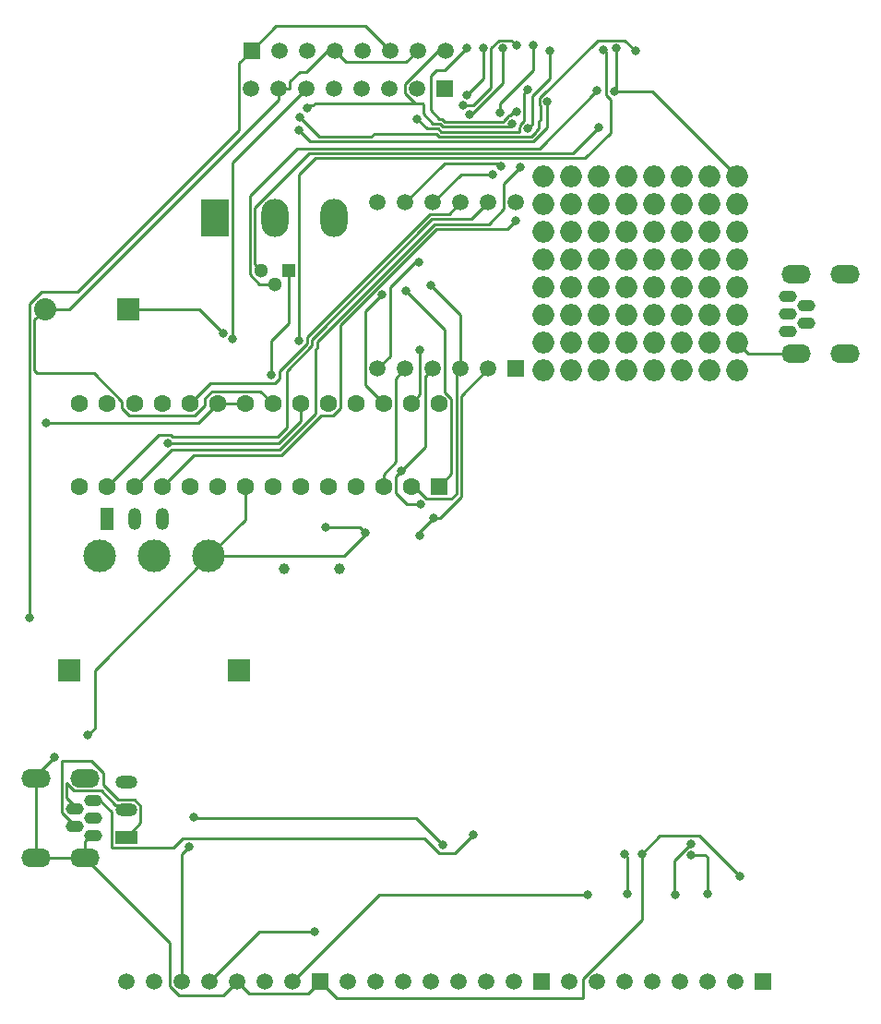
<source format=gbr>
%TF.GenerationSoftware,KiCad,Pcbnew,(6.0.0)*%
%TF.CreationDate,2023-02-05T23:32:21-08:00*%
%TF.ProjectId,Luciebox_v5,4c756369-6562-46f7-985f-76352e6b6963,rev?*%
%TF.SameCoordinates,Original*%
%TF.FileFunction,Copper,L2,Bot*%
%TF.FilePolarity,Positive*%
%FSLAX46Y46*%
G04 Gerber Fmt 4.6, Leading zero omitted, Abs format (unit mm)*
G04 Created by KiCad (PCBNEW (6.0.0)) date 2023-02-05 23:32:21*
%MOMM*%
%LPD*%
G01*
G04 APERTURE LIST*
%TA.AperFunction,ComponentPad*%
%ADD10R,2.000000X1.200000*%
%TD*%
%TA.AperFunction,ComponentPad*%
%ADD11O,2.000000X1.200000*%
%TD*%
%TA.AperFunction,ComponentPad*%
%ADD12C,1.000000*%
%TD*%
%TA.AperFunction,ComponentPad*%
%ADD13O,1.650000X1.100000*%
%TD*%
%TA.AperFunction,ComponentPad*%
%ADD14O,2.700000X1.700000*%
%TD*%
%TA.AperFunction,ComponentPad*%
%ADD15R,1.300000X1.300000*%
%TD*%
%TA.AperFunction,ComponentPad*%
%ADD16C,1.300000*%
%TD*%
%TA.AperFunction,ComponentPad*%
%ADD17R,1.200000X2.000000*%
%TD*%
%TA.AperFunction,ComponentPad*%
%ADD18O,1.200000X2.000000*%
%TD*%
%TA.AperFunction,ComponentPad*%
%ADD19O,2.000000X2.000000*%
%TD*%
%TA.AperFunction,ComponentPad*%
%ADD20R,2.500000X3.500000*%
%TD*%
%TA.AperFunction,ComponentPad*%
%ADD21O,2.500000X3.500000*%
%TD*%
%TA.AperFunction,ComponentPad*%
%ADD22R,1.500000X1.500000*%
%TD*%
%TA.AperFunction,ComponentPad*%
%ADD23C,1.500000*%
%TD*%
%TA.AperFunction,ComponentPad*%
%ADD24R,1.600000X1.600000*%
%TD*%
%TA.AperFunction,ComponentPad*%
%ADD25C,1.600000*%
%TD*%
%TA.AperFunction,WasherPad*%
%ADD26R,2.000000X2.100000*%
%TD*%
%TA.AperFunction,ComponentPad*%
%ADD27C,3.000000*%
%TD*%
%TA.AperFunction,ComponentPad*%
%ADD28R,2.032000X2.032000*%
%TD*%
%TA.AperFunction,ComponentPad*%
%ADD29C,2.032000*%
%TD*%
%TA.AperFunction,ViaPad*%
%ADD30C,0.800000*%
%TD*%
%TA.AperFunction,Conductor*%
%ADD31C,0.250000*%
%TD*%
G04 APERTURE END LIST*
D10*
%TO.P,T5,1,1*%
%TO.N,Net-(J1-Pad2)*%
X10160000Y-75438000D03*
D11*
%TO.P,T5,2,2*%
%TO.N,Net-(J1-Pad4)*%
X10160000Y-72898000D03*
%TO.P,T5,3,3*%
%TO.N,Net-(J1-Pad3)*%
X10160000Y-70358000D03*
%TD*%
D12*
%TO.P,Y1,1,1*%
%TO.N,Net-(C2-Pad2)*%
X29718000Y-50800000D03*
%TO.P,Y1,2,2*%
%TO.N,Net-(C3-Pad2)*%
X24638000Y-50800000D03*
%TD*%
D13*
%TO.P,J1,1,GND*%
%TO.N,GND*%
X7150000Y-75218000D03*
%TO.P,J1,2,ID*%
%TO.N,Net-(J1-Pad2)*%
X5450000Y-74418000D03*
%TO.P,J1,3,D+*%
%TO.N,Net-(J1-Pad3)*%
X7150000Y-73618000D03*
%TO.P,J1,4,D-*%
%TO.N,Net-(J1-Pad4)*%
X5450000Y-72818000D03*
%TO.P,J1,5,VBUS*%
%TO.N,Net-(D9-Pad2)*%
X7150000Y-72018000D03*
D14*
%TO.P,J1,6,Shield*%
%TO.N,GND*%
X6360720Y-77268000D03*
X1850000Y-69968000D03*
X1850000Y-77268000D03*
X6360720Y-69968000D03*
%TD*%
D13*
%TO.P,J2,1,GND*%
%TO.N,GND*%
X70850000Y-25832000D03*
%TO.P,J2,2,ID*%
%TO.N,unconnected-(J2-Pad2)*%
X72550000Y-26632000D03*
%TO.P,J2,3,D+*%
%TO.N,unconnected-(J2-Pad3)*%
X70850000Y-27432000D03*
%TO.P,J2,4,D-*%
%TO.N,unconnected-(J2-Pad4)*%
X72550000Y-28232000D03*
%TO.P,J2,5,VBUS*%
%TO.N,Net-(D9-Pad2)*%
X70850000Y-29032000D03*
D14*
%TO.P,J2,6,Shield*%
%TO.N,GND*%
X71639280Y-31082000D03*
X76150000Y-23782000D03*
X76150000Y-31082000D03*
X71639280Y-23782000D03*
%TD*%
D15*
%TO.P,Q4,1,C*%
%TO.N,GND*%
X25044400Y-23414400D03*
D16*
%TO.P,Q4,2,B*%
%TO.N,Net-(Q2-Pad1)*%
X23774400Y-24684400D03*
%TO.P,Q4,3,E*%
%TO.N,Net-(Q1-Pad1)*%
X22504400Y-23414400D03*
%TD*%
D17*
%TO.P,T2,1,1*%
%TO.N,/2*%
X8382000Y-46228000D03*
D18*
%TO.P,T2,2,2*%
%TO.N,/3(PWM)*%
X10922000Y-46228000D03*
%TO.P,T2,3,3*%
%TO.N,/A5(SCL)*%
X13462000Y-46228000D03*
%TD*%
D19*
%TO.P,U2,1*%
%TO.N,VCC*%
X48425100Y-32562800D03*
%TO.P,U2,2*%
X48412400Y-30022800D03*
%TO.P,U2,3*%
X48425100Y-27482800D03*
%TO.P,U2,4*%
X48437800Y-24942800D03*
%TO.P,U2,5*%
X48425100Y-22402800D03*
%TO.P,U2,6*%
X48412400Y-19862800D03*
%TO.P,U2,7*%
X48425100Y-17322800D03*
%TO.P,U2,8*%
%TO.N,unconnected-(U2-Pad8)*%
X48412400Y-14782800D03*
%TO.P,U2,9*%
%TO.N,Net-(U2-Pad10)*%
X50965100Y-32562800D03*
%TO.P,U2,10*%
X50952400Y-30022800D03*
%TO.P,U2,11*%
%TO.N,Net-(U2-Pad11)*%
X50965100Y-27482800D03*
%TO.P,U2,12*%
X50977800Y-24942800D03*
%TO.P,U2,13*%
%TO.N,Net-(U2-Pad13)*%
X50965100Y-22402800D03*
%TO.P,U2,14*%
X50952400Y-19862800D03*
%TO.P,U2,15*%
X50965100Y-17322800D03*
%TO.P,U2,16*%
%TO.N,unconnected-(U2-Pad16)*%
X50952400Y-14782800D03*
%TO.P,U2,17*%
%TO.N,Net-(U2-Pad17)*%
X53505100Y-32562800D03*
%TO.P,U2,18*%
X53492400Y-30022800D03*
%TO.P,U2,19*%
%TO.N,Net-(U2-Pad19)*%
X53505100Y-27482800D03*
%TO.P,U2,20*%
X53517800Y-24942800D03*
%TO.P,U2,21*%
%TO.N,Net-(U2-Pad21)*%
X53505100Y-22402800D03*
%TO.P,U2,22*%
X53492400Y-19862800D03*
%TO.P,U2,23*%
X53505100Y-17322800D03*
%TO.P,U2,24*%
%TO.N,unconnected-(U2-Pad24)*%
X53492400Y-14782800D03*
%TO.P,U2,25*%
%TO.N,Net-(U2-Pad25)*%
X56045100Y-32562800D03*
%TO.P,U2,26*%
X56032400Y-30022800D03*
%TO.P,U2,27*%
%TO.N,Net-(U2-Pad27)*%
X56045100Y-27482800D03*
%TO.P,U2,28*%
X56057800Y-24942800D03*
%TO.P,U2,29*%
%TO.N,Net-(U2-Pad29)*%
X56045100Y-22402800D03*
%TO.P,U2,30*%
X56032400Y-19862800D03*
%TO.P,U2,31*%
X56045100Y-17322800D03*
%TO.P,U2,32*%
%TO.N,unconnected-(U2-Pad32)*%
X56032400Y-14782800D03*
%TO.P,U2,33*%
%TO.N,Net-(U2-Pad33)*%
X58585100Y-32562800D03*
%TO.P,U2,34*%
X58572400Y-30022800D03*
%TO.P,U2,35*%
%TO.N,Net-(U2-Pad35)*%
X58585100Y-27482800D03*
%TO.P,U2,36*%
X58597800Y-24942800D03*
%TO.P,U2,37*%
%TO.N,Net-(U2-Pad37)*%
X58585100Y-22402800D03*
%TO.P,U2,38*%
X58572400Y-19862800D03*
%TO.P,U2,39*%
X58585100Y-17322800D03*
%TO.P,U2,40*%
X58572400Y-14782800D03*
%TO.P,U2,41*%
%TO.N,Net-(U2-Pad41)*%
X61125100Y-32562800D03*
%TO.P,U2,42*%
X61112400Y-30022800D03*
%TO.P,U2,43*%
%TO.N,Net-(U2-Pad43)*%
X61125100Y-27482800D03*
%TO.P,U2,44*%
X61137800Y-24942800D03*
%TO.P,U2,45*%
%TO.N,Net-(U2-Pad45)*%
X61125100Y-22402800D03*
%TO.P,U2,46*%
X61112400Y-19862800D03*
%TO.P,U2,47*%
X61125100Y-17322800D03*
%TO.P,U2,48*%
X61112400Y-14782800D03*
%TO.P,U2,49*%
%TO.N,Net-(U2-Pad49)*%
X63665100Y-32562800D03*
%TO.P,U2,50*%
X63652400Y-30022800D03*
%TO.P,U2,51*%
%TO.N,Net-(U2-Pad51)*%
X63665100Y-27482800D03*
%TO.P,U2,52*%
X63677800Y-24942800D03*
%TO.P,U2,53*%
%TO.N,Net-(U2-Pad53)*%
X63665100Y-22402800D03*
%TO.P,U2,54*%
X63652400Y-19862800D03*
%TO.P,U2,55*%
X63665100Y-17322800D03*
%TO.P,U2,56*%
X63652400Y-14782800D03*
%TO.P,U2,57*%
%TO.N,GND*%
X66205100Y-32562800D03*
%TO.P,U2,58*%
X66192400Y-30022800D03*
%TO.P,U2,59*%
X66205100Y-27482800D03*
%TO.P,U2,60*%
X66217800Y-24942800D03*
%TO.P,U2,61*%
X66205100Y-22402800D03*
%TO.P,U2,62*%
X66192400Y-19862800D03*
%TO.P,U2,63*%
X66205100Y-17322800D03*
%TO.P,U2,64*%
X66192400Y-14782800D03*
%TD*%
D20*
%TO.P,Q3,1,G*%
%TO.N,Net-(Q1-Pad1)*%
X18299400Y-18591600D03*
D21*
%TO.P,Q3,2,D*%
%TO.N,VCC*%
X23774400Y-18591600D03*
%TO.P,Q3,3,S*%
%TO.N,/Vin*%
X29249400Y-18591600D03*
%TD*%
D22*
%TO.P,T7,1,1*%
%TO.N,unconnected-(T7-Pad1)*%
X39390000Y-6750000D03*
D23*
%TO.P,T7,2,2*%
%TO.N,unconnected-(T7-Pad2)*%
X36850000Y-6750000D03*
%TO.P,T7,3,3*%
%TO.N,unconnected-(T7-Pad3)*%
X34310000Y-6750000D03*
%TO.P,T7,4,4*%
%TO.N,Net-(R_reset_pullup1-Pad2)*%
X31770000Y-6750000D03*
%TO.P,T7,5,5*%
%TO.N,/0(Rx)*%
X29230000Y-6750000D03*
%TO.P,T7,6,6*%
%TO.N,/1(Tx)*%
X26690000Y-6750000D03*
%TO.P,T7,7,7*%
%TO.N,GND*%
X24150000Y-6750000D03*
%TO.P,T7,8,8*%
%TO.N,VCC*%
X21610000Y-6750000D03*
%TD*%
D22*
%TO.P,T1,1,1*%
%TO.N,Net-(D1-Pad2)*%
X48260000Y-88620000D03*
D23*
%TO.P,T1,2,2*%
%TO.N,Net-(D2-Pad2)*%
X45720000Y-88620000D03*
%TO.P,T1,3,3*%
%TO.N,Net-(D3-Pad2)*%
X43180000Y-88620000D03*
%TO.P,T1,4,4*%
%TO.N,Net-(D4-Pad2)*%
X40640000Y-88620000D03*
%TO.P,T1,5,5*%
%TO.N,Net-(D5-Pad2)*%
X38100000Y-88620000D03*
%TO.P,T1,6,6*%
%TO.N,Net-(D6-Pad2)*%
X35560000Y-88620000D03*
%TO.P,T1,7,7*%
%TO.N,Net-(D7-Pad2)*%
X33020000Y-88620000D03*
%TO.P,T1,8,8*%
%TO.N,Net-(D8-Pad2)*%
X30480000Y-88620000D03*
%TD*%
D22*
%TO.P,U1,1,e*%
%TO.N,/12(MISO)*%
X45940000Y-32440000D03*
D23*
%TO.P,U1,2,d*%
%TO.N,/8*%
X43400000Y-32440000D03*
%TO.P,U1,3,DPX*%
%TO.N,/0(Rx)*%
X40860000Y-32440000D03*
%TO.P,U1,4,c*%
%TO.N,/4*%
X38320000Y-32440000D03*
%TO.P,U1,5,g*%
%TO.N,/1(Tx)*%
X35780000Y-32440000D03*
%TO.P,U1,6,CA4*%
%TO.N,Net-(R2-Pad1)*%
X33240000Y-32440000D03*
%TO.P,U1,7,b*%
%TO.N,/A3*%
X33240000Y-17200000D03*
%TO.P,U1,8,CA3*%
%TO.N,Net-(R3-Pad1)*%
X35780000Y-17200000D03*
%TO.P,U1,9,CA2*%
%TO.N,Net-(R4-Pad1)*%
X38320000Y-17200000D03*
%TO.P,U1,10,f*%
%TO.N,/13(SCK)*%
X40860000Y-17200000D03*
%TO.P,U1,11,a*%
%TO.N,/7*%
X43400000Y-17200000D03*
%TO.P,U1,12,CA1*%
%TO.N,Net-(R5-Pad1)*%
X45940000Y-17200000D03*
%TD*%
D24*
%TO.P,U3,1,~{RESET}/PC6*%
%TO.N,Net-(R_reset_pullup1-Pad2)*%
X38855000Y-43250000D03*
D25*
%TO.P,U3,2,PD0*%
%TO.N,/0(Rx)*%
X36315000Y-43250000D03*
%TO.P,U3,3,PD1*%
%TO.N,/1(Tx)*%
X33775000Y-43250000D03*
%TO.P,U3,4,PD2*%
%TO.N,/2*%
X31235000Y-43250000D03*
%TO.P,U3,5,PD3*%
%TO.N,/3(PWM)*%
X28695000Y-43250000D03*
%TO.P,U3,6,PD4*%
%TO.N,/4*%
X26155000Y-43250000D03*
%TO.P,U3,7,VCC*%
%TO.N,VCC*%
X23615000Y-43250000D03*
%TO.P,U3,8,GND*%
%TO.N,GND*%
X21075000Y-43250000D03*
%TO.P,U3,9,XTAL1/PB6*%
%TO.N,Net-(C2-Pad2)*%
X18535000Y-43250000D03*
%TO.P,U3,10,XTAL2/PB7*%
%TO.N,Net-(C3-Pad2)*%
X15995000Y-43250000D03*
%TO.P,U3,11,PD5*%
%TO.N,/5(PWM)*%
X13455000Y-43250000D03*
%TO.P,U3,12,PD6*%
%TO.N,/6(PWM)*%
X10915000Y-43250000D03*
%TO.P,U3,13,PD7*%
%TO.N,/7*%
X8375000Y-43250000D03*
%TO.P,U3,14,PB0*%
%TO.N,/8*%
X5835000Y-43250000D03*
%TO.P,U3,15,PB1*%
%TO.N,/9(PWM)*%
X5835000Y-35630000D03*
%TO.P,U3,16,PB2*%
%TO.N,/10(PWM-SS)*%
X8375000Y-35630000D03*
%TO.P,U3,17,PB3*%
%TO.N,/11(PWM-MOSI)*%
X10915000Y-35630000D03*
%TO.P,U3,18,PB4*%
%TO.N,/12(MISO)*%
X13455000Y-35630000D03*
%TO.P,U3,19,PB5*%
%TO.N,/13(SCK)*%
X15995000Y-35630000D03*
%TO.P,U3,20,AVCC*%
%TO.N,VCC*%
X18535000Y-35630000D03*
%TO.P,U3,21,AREF*%
X21075000Y-35630000D03*
%TO.P,U3,22,GND*%
%TO.N,GND*%
X23615000Y-35630000D03*
%TO.P,U3,23,PC0*%
%TO.N,/A0*%
X26155000Y-35630000D03*
%TO.P,U3,24,PC1*%
%TO.N,/A1*%
X28695000Y-35630000D03*
%TO.P,U3,25,PC2*%
%TO.N,/A2*%
X31235000Y-35630000D03*
%TO.P,U3,26,PC3*%
%TO.N,/A3*%
X33775000Y-35630000D03*
%TO.P,U3,27,PC4*%
%TO.N,/A4(SDA)*%
X36315000Y-35630000D03*
%TO.P,U3,28,PC5*%
%TO.N,/A5(SCL)*%
X38855000Y-35630000D03*
%TD*%
D26*
%TO.P,S1,*%
%TO.N,*%
X20500000Y-60140000D03*
X4900000Y-60140000D03*
D27*
%TO.P,S1,1,A*%
%TO.N,/2*%
X7700000Y-49640000D03*
%TO.P,S1,2,B*%
%TO.N,/3(PWM)*%
X12700000Y-49640000D03*
%TO.P,S1,3,C*%
%TO.N,GND*%
X17700000Y-49640000D03*
%TD*%
D22*
%TO.P,T6,1,1*%
%TO.N,GND*%
X27940000Y-88620000D03*
D23*
%TO.P,T6,2,2*%
%TO.N,VCC*%
X25400000Y-88620000D03*
%TO.P,T6,3,3*%
%TO.N,Net-(R1-Pad1)*%
X22860000Y-88620000D03*
%TO.P,T6,4,4*%
%TO.N,GND*%
X20320000Y-88620000D03*
%TO.P,T6,5,5*%
%TO.N,Net-(D10-Pad2)*%
X17780000Y-88620000D03*
%TO.P,T6,6,6*%
%TO.N,/A0*%
X15240000Y-88620000D03*
%TO.P,T6,7,7*%
%TO.N,Net-(R26-Pad2)*%
X12700000Y-88620000D03*
%TO.P,T6,8,8*%
%TO.N,/Vin*%
X10160000Y-88620000D03*
%TD*%
D22*
%TO.P,T8,1,1*%
%TO.N,/Vin*%
X21670000Y-3250000D03*
D23*
%TO.P,T8,2,2*%
%TO.N,Net-(D9-Pad1)*%
X24210000Y-3250000D03*
%TO.P,T8,3,3*%
%TO.N,Net-(D10-Pad2)*%
X26750000Y-3250000D03*
%TO.P,T8,4,4*%
%TO.N,GND*%
X29290000Y-3250000D03*
%TO.P,T8,5,5*%
%TO.N,Net-(D10-Pad1)*%
X31830000Y-3250000D03*
%TO.P,T8,6,6*%
%TO.N,/Vin*%
X34370000Y-3250000D03*
%TO.P,T8,7,7*%
%TO.N,GND*%
X36910000Y-3250000D03*
%TO.P,T8,8,8*%
%TO.N,VCC*%
X39450000Y-3250000D03*
%TD*%
D22*
%TO.P,T4,1,1*%
%TO.N,Net-(R18-Pad2)*%
X68580000Y-88620000D03*
D23*
%TO.P,T4,2,2*%
%TO.N,Net-(R17-Pad2)*%
X66040000Y-88620000D03*
%TO.P,T4,3,3*%
%TO.N,Net-(R16-Pad2)*%
X63500000Y-88620000D03*
%TO.P,T4,4,4*%
%TO.N,Net-(R15-Pad2)*%
X60960000Y-88620000D03*
%TO.P,T4,5,5*%
%TO.N,Net-(R9-Pad2)*%
X58420000Y-88620000D03*
%TO.P,T4,6,6*%
%TO.N,Net-(R8-Pad2)*%
X55880000Y-88620000D03*
%TO.P,T4,7,7*%
%TO.N,Net-(R7-Pad2)*%
X53340000Y-88620000D03*
%TO.P,T4,8,8*%
%TO.N,Net-(R6-Pad2)*%
X50800000Y-88620000D03*
%TD*%
D28*
%TO.P,BZ1,1,-*%
%TO.N,/A5(SCL)*%
X10310000Y-27000000D03*
D29*
%TO.P,BZ1,2,+*%
%TO.N,GND*%
X2690000Y-27000000D03*
%TD*%
D30*
%TO.N,/A5(SCL)*%
X19056480Y-29192544D03*
%TO.N,GND*%
X54923490Y-7039536D03*
X55118000Y-3048000D03*
X66500000Y-79000000D03*
X28448000Y-46990000D03*
X32139536Y-47498000D03*
X32139536Y-47498000D03*
X23495000Y-33020000D03*
X57500000Y-76924500D03*
X3556000Y-68072000D03*
X6620367Y-66071299D03*
%TO.N,VCC*%
X52476400Y-80670400D03*
X2835033Y-37409320D03*
X45577907Y-9969017D03*
X26729121Y-8549011D03*
%TO.N,/Vin*%
X45974000Y-8890000D03*
X41402000Y-3048000D03*
X1270000Y-55245000D03*
%TO.N,/A0*%
X13944405Y-39239620D03*
X15936074Y-76236601D03*
X26155000Y-35630000D03*
%TO.N,/A1*%
X60526800Y-80697200D03*
X62000000Y-76000000D03*
%TO.N,/A3*%
X33655254Y-25602947D03*
%TO.N,/A4(SDA)*%
X37114999Y-30764999D03*
X53975000Y-3175000D03*
X26035000Y-29845000D03*
%TO.N,/11(PWM-MOSI)*%
X42926000Y-3048000D03*
X41416109Y-7327908D03*
%TO.N,/10(PWM-SS)*%
X44704000Y-3048000D03*
X41629132Y-9092947D03*
%TO.N,/9(PWM)*%
X41068944Y-8265182D03*
X45974000Y-2794000D03*
%TO.N,/8*%
X38387023Y-46116120D03*
X37084000Y-47752000D03*
%TO.N,/7*%
X16385585Y-73568692D03*
X39214080Y-76112630D03*
%TO.N,/6(PWM)*%
X47010124Y-10424162D03*
X49022000Y-3302000D03*
X46355000Y-13970000D03*
%TO.N,/5(PWM)*%
X44491033Y-9006693D03*
X45920808Y-18840594D03*
X47498000Y-2794000D03*
%TO.N,/4*%
X37162178Y-44844406D03*
X35423351Y-41792649D03*
%TO.N,/1(Tx)*%
X19889628Y-29744694D03*
%TO.N,/0(Rx)*%
X38100000Y-24765000D03*
%TO.N,Net-(Q1-Pad1)*%
X53534799Y-10354799D03*
%TO.N,Net-(R17-Pad1)*%
X62012299Y-77012299D03*
X63526800Y-80595500D03*
%TO.N,Net-(R_reset_pullup1-Pad2)*%
X35866379Y-25338959D03*
%TO.N,Net-(D9-Pad2)*%
X42007088Y-75173097D03*
%TO.N,Net-(D10-Pad2)*%
X27432000Y-84074000D03*
%TO.N,Net-(R1-Pad1)*%
X48805500Y-7944006D03*
X26030800Y-10612097D03*
%TO.N,Net-(R2-Pad1)*%
X36847987Y-9549528D03*
X37025069Y-22707133D03*
X46990000Y-6858000D03*
%TO.N,Net-(R3-Pad1)*%
X44521755Y-13898245D03*
%TO.N,Net-(R4-Pad1)*%
X43815000Y-14605000D03*
%TO.N,Net-(R10-Pad2)*%
X55880000Y-76962000D03*
X56134000Y-80595500D03*
%TO.N,Net-(Q2-Pad1)*%
X53379977Y-6945023D03*
%TO.N,Net-(R26-Pad2)*%
X26051360Y-9388138D03*
X56896000Y-3302000D03*
%TD*%
D31*
%TO.N,/A5(SCL)*%
X16863936Y-27000000D02*
X19056480Y-29192544D01*
X10310000Y-27000000D02*
X16863936Y-27000000D01*
%TO.N,GND*%
X24150000Y-6750000D02*
X24150000Y-7810660D01*
X17700000Y-49640000D02*
X7258534Y-60081466D01*
X9790489Y-35453805D02*
X7171194Y-32834510D01*
X26694433Y-5225978D02*
X26058728Y-5225979D01*
X31631536Y-46990000D02*
X32139536Y-47498000D01*
X4960660Y-27000000D02*
X2690000Y-27000000D01*
X55118000Y-3048000D02*
X55118000Y-6845026D01*
X25044400Y-23414400D02*
X25044400Y-28295600D01*
X17410489Y-35804811D02*
X16460789Y-36754511D01*
X52070000Y-88370411D02*
X57500000Y-82940411D01*
X62775499Y-75275499D02*
X59149001Y-75275499D01*
X29290000Y-3250000D02*
X28670411Y-3250000D01*
X7258534Y-60081466D02*
X7258534Y-65433132D01*
X57500000Y-82940411D02*
X57500000Y-76924500D01*
X67251600Y-31082000D02*
X66192400Y-30022800D01*
X66192400Y-14782800D02*
X58449136Y-7039536D01*
X25165978Y-6118729D02*
X25165979Y-6491116D01*
X25165979Y-6491116D02*
X25165978Y-6750000D01*
X6360720Y-77268000D02*
X6360720Y-75757280D01*
X55118000Y-6845026D02*
X54923490Y-7039536D01*
X66500000Y-79000000D02*
X62775499Y-75275499D01*
X7258534Y-65433132D02*
X6620367Y-66071299D01*
X35835489Y-4324511D02*
X30364511Y-4324511D01*
X7171194Y-32834510D02*
X1964910Y-32834510D01*
X26058728Y-5225979D02*
X25165978Y-6118729D01*
X26865489Y-89694511D02*
X27940000Y-88620000D01*
X29490000Y-90170000D02*
X52070000Y-90170000D01*
X1719511Y-32589111D02*
X1719511Y-27970489D01*
X1719511Y-27970489D02*
X2690000Y-27000000D01*
X28670411Y-3250000D02*
X26694433Y-5225978D01*
X1964910Y-32834510D02*
X1719511Y-32589111D01*
X10449211Y-36754511D02*
X9790489Y-36095789D01*
X21075000Y-46265000D02*
X17700000Y-49640000D01*
X14165489Y-85072769D02*
X14165489Y-89065078D01*
X18069211Y-34505489D02*
X17410489Y-35164211D01*
X36910000Y-3250000D02*
X35835489Y-4324511D01*
X16460789Y-36754511D02*
X10449211Y-36754511D01*
X30364511Y-4324511D02*
X29290000Y-3250000D01*
X3556000Y-68072000D02*
X1850000Y-69778000D01*
X32139536Y-47616464D02*
X32139536Y-47498000D01*
X6360720Y-77268000D02*
X14165489Y-85072769D01*
X15016411Y-89916000D02*
X19024000Y-89916000D01*
X21394511Y-89694511D02*
X26865489Y-89694511D01*
X1850000Y-77268000D02*
X6360720Y-77268000D01*
X9790489Y-36095789D02*
X9790489Y-35453805D01*
X25044400Y-28295600D02*
X23495000Y-29845000D01*
X27940000Y-88620000D02*
X29490000Y-90170000D01*
X19024000Y-89916000D02*
X20320000Y-88620000D01*
X52070000Y-90170000D02*
X52070000Y-88370411D01*
X1850000Y-69778000D02*
X1850000Y-69968000D01*
X71639280Y-31082000D02*
X67251600Y-31082000D01*
X23495000Y-29845000D02*
X23495000Y-33020000D01*
X21075000Y-43250000D02*
X21075000Y-46265000D01*
X24150000Y-7810660D02*
X4960660Y-27000000D01*
X30116000Y-49640000D02*
X31750000Y-48006000D01*
X58449136Y-7039536D02*
X54923490Y-7039536D01*
X17700000Y-49640000D02*
X30116000Y-49640000D01*
X25165978Y-6750000D02*
X24150000Y-6750000D01*
X22490489Y-34505489D02*
X18069211Y-34505489D01*
X59149001Y-75275499D02*
X57500000Y-76924500D01*
X14165489Y-89065078D02*
X15016411Y-89916000D01*
X23615000Y-35630000D02*
X22490489Y-34505489D01*
X17410489Y-35164211D02*
X17410489Y-35804811D01*
X20320000Y-88620000D02*
X21394511Y-89694511D01*
X31750000Y-48006000D02*
X32139536Y-47616464D01*
X1850000Y-69968000D02*
X1850000Y-77268000D01*
X6360720Y-75757280D02*
X6900000Y-75218000D01*
X28448000Y-46990000D02*
X31631536Y-46990000D01*
%TO.N,VCC*%
X25400000Y-88620000D02*
X33349600Y-80670400D01*
X38958679Y-9991967D02*
X39233670Y-10266958D01*
X37396490Y-8186490D02*
X37396490Y-9076194D01*
X37396490Y-9076194D02*
X38312263Y-9991967D01*
X27467293Y-8128000D02*
X27321271Y-8274022D01*
X38830411Y-3250000D02*
X35775489Y-6304922D01*
X37338000Y-8128000D02*
X27467293Y-8128000D01*
X33349600Y-80670400D02*
X52476400Y-80670400D01*
X39450000Y-3250000D02*
X38830411Y-3250000D01*
X27321271Y-8274022D02*
X27004110Y-8274022D01*
X38312263Y-9991967D02*
X38958679Y-9991967D01*
X39233670Y-10266958D02*
X45279966Y-10266958D01*
X36708411Y-8128000D02*
X37338000Y-8128000D01*
X18535000Y-35630000D02*
X16755680Y-37409320D01*
X27004110Y-8274022D02*
X26729121Y-8549011D01*
X16755680Y-37409320D02*
X2835033Y-37409320D01*
X37338000Y-8128000D02*
X37396490Y-8186490D01*
X35775489Y-6304922D02*
X35775489Y-7195078D01*
X18535000Y-35630000D02*
X21075000Y-35630000D01*
X45279966Y-10266958D02*
X45577907Y-9969017D01*
X35775489Y-7195078D02*
X36708411Y-8128000D01*
%TO.N,Net-(J1-Pad2)*%
X8035240Y-70631668D02*
X9377052Y-71973480D01*
X4236689Y-73116447D02*
X4236689Y-68415911D01*
X10942948Y-71973480D02*
X11484520Y-72515052D01*
X11484520Y-72515052D02*
X11484520Y-74113480D01*
X5538242Y-74418000D02*
X4236689Y-73116447D01*
X5700000Y-74418000D02*
X5538242Y-74418000D01*
X6925841Y-68372099D02*
X8035240Y-69481498D01*
X11484520Y-74113480D02*
X10160000Y-75438000D01*
X9377052Y-71973480D02*
X10942948Y-71973480D01*
X4236689Y-68415911D02*
X4280501Y-68372099D01*
X8035240Y-69481498D02*
X8035240Y-70631668D01*
X4280501Y-68372099D02*
X6925841Y-68372099D01*
%TO.N,Net-(J1-Pad4)*%
X9190858Y-72422990D02*
X7910388Y-71142520D01*
X7910388Y-71142520D02*
X5374218Y-71142520D01*
X4686200Y-71804200D02*
X5700000Y-72818000D01*
X5374218Y-71142520D02*
X4686200Y-70454502D01*
X4686200Y-70454502D02*
X4686200Y-71804200D01*
X10160000Y-72898000D02*
X10160000Y-72422991D01*
X10160000Y-72422991D02*
X9190858Y-72422990D01*
%TO.N,/Vin*%
X45249166Y-9215874D02*
X45411136Y-9215874D01*
X32136000Y-1016000D02*
X34370000Y-3250000D01*
X2394230Y-25400000D02*
X5715000Y-25400000D01*
X38916646Y-9542456D02*
X39144873Y-9542457D01*
X5715000Y-25400000D02*
X20535489Y-10579511D01*
X45215533Y-9306792D02*
X45215533Y-9249507D01*
X45411136Y-9215874D02*
X45737010Y-8890000D01*
X41402000Y-3048000D02*
X39370000Y-5080000D01*
X44809563Y-9817447D02*
X44824764Y-9802246D01*
X1270000Y-26524230D02*
X2394230Y-25400000D01*
X45215533Y-9249507D02*
X45249166Y-9215874D01*
X39370000Y-5080000D02*
X38608000Y-5080000D01*
X1270000Y-55245000D02*
X1270000Y-26524230D01*
X44824764Y-9697561D02*
X45215533Y-9306792D01*
X38608000Y-5080000D02*
X38100000Y-5588000D01*
X45737010Y-8890000D02*
X45974000Y-8890000D01*
X23904000Y-1016000D02*
X32136000Y-1016000D01*
X39144873Y-9542457D02*
X39419863Y-9817447D01*
X20535489Y-10579511D02*
X20535489Y-4384511D01*
X38100000Y-8725810D02*
X38916646Y-9542456D01*
X21670000Y-3250000D02*
X23904000Y-1016000D01*
X39419863Y-9817447D02*
X44809563Y-9817447D01*
X44824764Y-9802246D02*
X44824764Y-9697561D01*
X38100000Y-5588000D02*
X38100000Y-8725810D01*
X20535489Y-4384511D02*
X21670000Y-3250000D01*
%TO.N,/A0*%
X15240000Y-76932675D02*
X15936074Y-76236601D01*
X24134084Y-39239620D02*
X13944405Y-39239620D01*
X26155000Y-35630000D02*
X26155000Y-37218704D01*
X15240000Y-88620000D02*
X15240000Y-76932675D01*
X26155000Y-37218704D02*
X24134084Y-39239620D01*
%TO.N,/A1*%
X60452000Y-77548000D02*
X62000000Y-76000000D01*
X60452000Y-80622400D02*
X60452000Y-77548000D01*
X60526800Y-80697200D02*
X60452000Y-80622400D01*
%TO.N,/A3*%
X33775000Y-35630000D02*
X32093754Y-33948754D01*
X32093754Y-33948754D02*
X32093754Y-27164447D01*
X32093754Y-27164447D02*
X33655254Y-25602947D01*
%TO.N,/A4(SDA)*%
X54198989Y-3398989D02*
X54198989Y-7339633D01*
X27491193Y-13149511D02*
X26035000Y-14605704D01*
X54610000Y-7750644D02*
X54610000Y-10795000D01*
X54610000Y-10795000D02*
X52255489Y-13149511D01*
X36315000Y-35630000D02*
X37114999Y-34830001D01*
X26035000Y-14605704D02*
X26035000Y-29845000D01*
X53975000Y-3175000D02*
X54198989Y-3398989D01*
X37114999Y-34830001D02*
X37114999Y-30764999D01*
X52255489Y-13149511D02*
X27491193Y-13149511D01*
X54198989Y-7339633D02*
X54610000Y-7750644D01*
%TO.N,/13(SCK)*%
X39785489Y-18274511D02*
X40860000Y-17200000D01*
X24219501Y-32685099D02*
X26759501Y-30145099D01*
X26759501Y-30145099D02*
X26759501Y-29510099D01*
X15995000Y-35630000D02*
X17880499Y-33744501D01*
X17880499Y-33744501D02*
X23795099Y-33744501D01*
X41009402Y-17200000D02*
X40860000Y-17200000D01*
X37995089Y-18274511D02*
X39785489Y-18274511D01*
X24219501Y-33320099D02*
X24219501Y-32685099D01*
X23795099Y-33744501D02*
X24219501Y-33320099D01*
X26759501Y-29510099D02*
X37995089Y-18274511D01*
%TO.N,/11(PWM-MOSI)*%
X42926000Y-3048000D02*
X42926000Y-5818017D01*
X42926000Y-5818017D02*
X41416109Y-7327908D01*
%TO.N,/10(PWM-SS)*%
X44704000Y-6232304D02*
X41843357Y-9092947D01*
X44704000Y-3048000D02*
X44704000Y-6232304D01*
X41843357Y-9092947D02*
X41629132Y-9092947D01*
%TO.N,/9(PWM)*%
X43650501Y-3076899D02*
X43650501Y-6650099D01*
X42035418Y-8265182D02*
X41068944Y-8265182D01*
X45974000Y-2794000D02*
X45503499Y-2323499D01*
X44403901Y-2323499D02*
X43650501Y-3076899D01*
X45503499Y-2323499D02*
X44403901Y-2323499D01*
X43650501Y-6650099D02*
X42035418Y-8265182D01*
%TO.N,/8*%
X40894000Y-44195998D02*
X38973878Y-46116120D01*
X38387023Y-46116120D02*
X37084000Y-47419143D01*
X37084000Y-47419143D02*
X37084000Y-47752000D01*
X43400000Y-32440000D02*
X40894000Y-34946000D01*
X40894000Y-34946000D02*
X40894000Y-44195998D01*
X38973878Y-46116120D02*
X38387023Y-46116120D01*
%TO.N,/7*%
X14412384Y-38682999D02*
X24055001Y-38682999D01*
X14244504Y-38515119D02*
X14412384Y-38682999D01*
X36761450Y-73660000D02*
X16476893Y-73660000D01*
X24892000Y-37846000D02*
X24892000Y-32648304D01*
X8375000Y-43250000D02*
X13109881Y-38515119D01*
X16476893Y-73660000D02*
X16385585Y-73568692D01*
X41875979Y-18724021D02*
X43400000Y-17200000D01*
X39214080Y-76112630D02*
X36761450Y-73660000D01*
X27209012Y-30331292D02*
X27209012Y-29753190D01*
X38238181Y-18724021D02*
X41875979Y-18724021D01*
X24055001Y-38682999D02*
X24892000Y-37846000D01*
X24892000Y-32648304D02*
X27209012Y-30331292D01*
X27209012Y-29753190D02*
X38238181Y-18724021D01*
X13109881Y-38515119D02*
X14244504Y-38515119D01*
%TO.N,/6(PWM)*%
X27570489Y-30605519D02*
X27658524Y-30517482D01*
X14287000Y-39878000D02*
X24256296Y-39878000D01*
X10915000Y-43250000D02*
X14287000Y-39878000D01*
X43436761Y-19173533D02*
X44830535Y-17779759D01*
X49022000Y-5850600D02*
X47402011Y-7470589D01*
X49022000Y-3302000D02*
X49022000Y-5850600D01*
X44830535Y-15494465D02*
X46355000Y-13970000D01*
X38424366Y-19173533D02*
X43436761Y-19173533D01*
X24256296Y-39878000D02*
X27570489Y-36563807D01*
X27570489Y-36563807D02*
X27570489Y-30605519D01*
X27658524Y-30517482D02*
X27658524Y-29939375D01*
X27658524Y-29939375D02*
X38424366Y-19173533D01*
X44830535Y-17779759D02*
X44830535Y-15494465D01*
X47402011Y-10032275D02*
X47010124Y-10424162D01*
X47402011Y-7470589D02*
X47402011Y-10032275D01*
%TO.N,/5(PWM)*%
X16319000Y-40386000D02*
X24384000Y-40386000D01*
X45138359Y-19623043D02*
X45920808Y-18840594D01*
X47498000Y-5071400D02*
X44491033Y-8078367D01*
X24384000Y-40386000D02*
X28015489Y-36754511D01*
X44491033Y-8078367D02*
X44491033Y-9006693D01*
X47498000Y-2794000D02*
X47498000Y-5071400D01*
X29819511Y-36095789D02*
X29819511Y-28414090D01*
X28015489Y-36754511D02*
X29160789Y-36754511D01*
X38610558Y-19623043D02*
X45138359Y-19623043D01*
X29819511Y-28414090D02*
X38610558Y-19623043D01*
X29160789Y-36754511D02*
X29819511Y-36095789D01*
X13455000Y-43250000D02*
X16319000Y-40386000D01*
%TO.N,/4*%
X34915489Y-43829698D02*
X35930197Y-44844406D01*
X37570000Y-39646000D02*
X35423351Y-41792649D01*
X35423351Y-41792649D02*
X34915489Y-42300511D01*
X38320000Y-32440000D02*
X37570000Y-33190000D01*
X35930197Y-44844406D02*
X37162178Y-44844406D01*
X34915489Y-42300511D02*
X34915489Y-43829698D01*
X37570000Y-33190000D02*
X37570000Y-39646000D01*
%TO.N,/1(Tx)*%
X34899511Y-40994119D02*
X34899511Y-33320489D01*
X33775000Y-43250000D02*
X33775000Y-42118630D01*
X34899511Y-33320489D02*
X35780000Y-32440000D01*
X33775000Y-42118630D02*
X34899511Y-40994119D01*
X19889628Y-13550372D02*
X19889628Y-29744694D01*
X26690000Y-6750000D02*
X19889628Y-13550372D01*
%TO.N,/0(Rx)*%
X36592372Y-43250000D02*
X37716883Y-44374511D01*
X39979511Y-44374511D02*
X40444489Y-43909533D01*
X40444489Y-43909533D02*
X40444489Y-32855511D01*
X36315000Y-43250000D02*
X36592372Y-43250000D01*
X40860000Y-32440000D02*
X40860000Y-27525000D01*
X40860000Y-27525000D02*
X38100000Y-24765000D01*
X40444489Y-32855511D02*
X40860000Y-32440000D01*
X37716883Y-44374511D02*
X39979511Y-44374511D01*
%TO.N,Net-(Q1-Pad1)*%
X51189598Y-12700000D02*
X26939293Y-12700000D01*
X21979400Y-17659893D02*
X21979400Y-22889400D01*
X53534799Y-10354799D02*
X51189598Y-12700000D01*
X21979400Y-22889400D02*
X22504400Y-23414400D01*
X26939293Y-12700000D02*
X21979400Y-17659893D01*
%TO.N,Net-(R17-Pad1)*%
X63526800Y-77242800D02*
X63296299Y-77012299D01*
X63526800Y-80595500D02*
X63526800Y-77242800D01*
X63296299Y-77012299D02*
X62012299Y-77012299D01*
%TO.N,Net-(R_reset_pullup1-Pad2)*%
X39394511Y-34579211D02*
X39394511Y-28867091D01*
X38855000Y-43250000D02*
X39994978Y-42110022D01*
X39994978Y-42110022D02*
X39994979Y-35179679D01*
X39994979Y-35179679D02*
X39394511Y-34579211D01*
X39394511Y-28867091D02*
X35866379Y-25338959D01*
%TO.N,Net-(D9-Pad2)*%
X6900000Y-72018000D02*
X7756000Y-72018000D01*
X15371030Y-75512100D02*
X37500975Y-75512100D01*
X14520619Y-76362511D02*
X15371030Y-75512100D01*
X7756000Y-72018000D02*
X8835489Y-73097489D01*
X40298410Y-76881775D02*
X42007088Y-75173097D01*
X8835489Y-76362511D02*
X14520619Y-76362511D01*
X8835489Y-73097489D02*
X8835489Y-76362511D01*
X37500975Y-75512100D02*
X38870650Y-76881775D01*
X38870650Y-76881775D02*
X40298410Y-76881775D01*
%TO.N,Net-(D10-Pad2)*%
X27432000Y-84074000D02*
X22326000Y-84074000D01*
X22326000Y-84074000D02*
X17780000Y-88620000D01*
%TO.N,Net-(R1-Pad1)*%
X48805500Y-10289090D02*
X48805500Y-7944006D01*
X27034192Y-11615489D02*
X47479101Y-11615489D01*
X47479101Y-11615489D02*
X48805500Y-10289090D01*
X26030800Y-10612097D02*
X27034192Y-11615489D01*
%TO.N,Net-(R2-Pad1)*%
X34379755Y-31300245D02*
X34379755Y-24979341D01*
X46698501Y-9670892D02*
X46677102Y-9692291D01*
X37739937Y-10441478D02*
X36847987Y-9549528D01*
X46676385Y-9692291D02*
X46302408Y-10066268D01*
X46677102Y-9692291D02*
X46676385Y-9692291D01*
X46698501Y-7149499D02*
X46698501Y-9670892D01*
X33240000Y-32440000D02*
X34379755Y-31300245D01*
X46251983Y-10716469D02*
X39047476Y-10716468D01*
X36651963Y-22707133D02*
X37025069Y-22707133D01*
X39047476Y-10716468D02*
X38772486Y-10441478D01*
X34379755Y-24979341D02*
X36651963Y-22707133D01*
X46251983Y-10319541D02*
X46251983Y-10716469D01*
X46302408Y-10066268D02*
X46302408Y-10269116D01*
X46302408Y-10269116D02*
X46251983Y-10319541D01*
X38772486Y-10441478D02*
X37739937Y-10441478D01*
X46990000Y-6858000D02*
X46698501Y-7149499D01*
%TO.N,Net-(R3-Pad1)*%
X39380978Y-13599022D02*
X44222532Y-13599022D01*
X44222532Y-13599022D02*
X44521755Y-13898245D01*
X35780000Y-17200000D02*
X39380978Y-13599022D01*
%TO.N,Net-(R4-Pad1)*%
X40915000Y-14605000D02*
X43815000Y-14605000D01*
X38320000Y-17200000D02*
X40915000Y-14605000D01*
%TO.N,Net-(R10-Pad2)*%
X56134000Y-80595500D02*
X56134000Y-77216000D01*
X56134000Y-77216000D02*
X55880000Y-76962000D01*
%TO.N,Net-(Q2-Pad1)*%
X25848806Y-12250490D02*
X23495000Y-14604296D01*
X53379977Y-6945023D02*
X48074510Y-12250490D01*
X21529889Y-23818057D02*
X21529889Y-16569407D01*
X23495000Y-14604296D02*
X23495000Y-14605000D01*
X21529889Y-16569407D02*
X23495000Y-14604296D01*
X48074510Y-12250490D02*
X25848806Y-12250490D01*
X22396232Y-24684400D02*
X21529889Y-23818057D01*
X23774400Y-24684400D02*
X22396232Y-24684400D01*
%TO.N,Net-(R26-Pad2)*%
X47734625Y-10683250D02*
X47734625Y-10724261D01*
X47310223Y-11148663D02*
X47269212Y-11148663D01*
X48080999Y-8244105D02*
X48222501Y-8385607D01*
X47269212Y-11148663D02*
X47251896Y-11165979D01*
X27829201Y-11165979D02*
X26051360Y-9388138D01*
X47995979Y-9787613D02*
X47995980Y-10421895D01*
X47251896Y-11165979D02*
X38861283Y-11165979D01*
X47734625Y-10724261D02*
X47310223Y-11148663D01*
X38861283Y-11165979D02*
X38586292Y-10890988D01*
X56896000Y-3302000D02*
X55917499Y-2323499D01*
X48222501Y-9561091D02*
X47995979Y-9787613D01*
X47995980Y-10421895D02*
X47734625Y-10683250D01*
X48080999Y-7643907D02*
X48080999Y-8244105D01*
X53401407Y-2323499D02*
X48080999Y-7643907D01*
X55917499Y-2323499D02*
X53401407Y-2323499D01*
X32922604Y-10890988D02*
X32647614Y-11165978D01*
X38586292Y-10890988D02*
X32922604Y-10890988D01*
X48222501Y-8385607D02*
X48222501Y-9561091D01*
X32647614Y-11165978D02*
X27829201Y-11165979D01*
%TD*%
M02*

</source>
